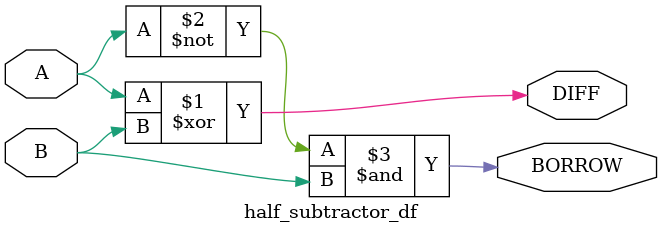
<source format=v>
module half_subtractor_df(input A, input B, output DIFF, output BORROW);
    assign DIFF = A ^ B;
    assign BORROW = ~A & B;
endmodule

</source>
